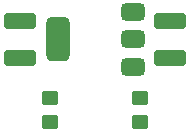
<source format=gbr>
%TF.GenerationSoftware,KiCad,Pcbnew,8.0.3*%
%TF.CreationDate,2024-07-23T13:34:38+02:00*%
%TF.ProjectId,TinyLDOP,54696e79-4c44-44f5-902e-6b696361645f,rev?*%
%TF.SameCoordinates,Original*%
%TF.FileFunction,Paste,Top*%
%TF.FilePolarity,Positive*%
%FSLAX46Y46*%
G04 Gerber Fmt 4.6, Leading zero omitted, Abs format (unit mm)*
G04 Created by KiCad (PCBNEW 8.0.3) date 2024-07-23 13:34:38*
%MOMM*%
%LPD*%
G01*
G04 APERTURE LIST*
G04 Aperture macros list*
%AMRoundRect*
0 Rectangle with rounded corners*
0 $1 Rounding radius*
0 $2 $3 $4 $5 $6 $7 $8 $9 X,Y pos of 4 corners*
0 Add a 4 corners polygon primitive as box body*
4,1,4,$2,$3,$4,$5,$6,$7,$8,$9,$2,$3,0*
0 Add four circle primitives for the rounded corners*
1,1,$1+$1,$2,$3*
1,1,$1+$1,$4,$5*
1,1,$1+$1,$6,$7*
1,1,$1+$1,$8,$9*
0 Add four rect primitives between the rounded corners*
20,1,$1+$1,$2,$3,$4,$5,0*
20,1,$1+$1,$4,$5,$6,$7,0*
20,1,$1+$1,$6,$7,$8,$9,0*
20,1,$1+$1,$8,$9,$2,$3,0*%
G04 Aperture macros list end*
%ADD10RoundRect,0.250000X1.100000X-0.412500X1.100000X0.412500X-1.100000X0.412500X-1.100000X-0.412500X0*%
%ADD11RoundRect,0.250000X-0.450000X0.350000X-0.450000X-0.350000X0.450000X-0.350000X0.450000X0.350000X0*%
%ADD12RoundRect,0.375000X0.625000X0.375000X-0.625000X0.375000X-0.625000X-0.375000X0.625000X-0.375000X0*%
%ADD13RoundRect,0.500000X0.500000X1.400000X-0.500000X1.400000X-0.500000X-1.400000X0.500000X-1.400000X0*%
%ADD14RoundRect,0.250000X0.450000X-0.350000X0.450000X0.350000X-0.450000X0.350000X-0.450000X-0.350000X0*%
G04 APERTURE END LIST*
D10*
%TO.C,C2*%
X81280000Y-68021000D03*
X81280000Y-64896000D03*
%TD*%
%TO.C,C1*%
X68580000Y-68021000D03*
X68580000Y-64896000D03*
%TD*%
D11*
%TO.C,R1*%
X71120000Y-71390000D03*
X71120000Y-73390000D03*
%TD*%
D12*
%TO.C,U1*%
X78080000Y-68721000D03*
X78080000Y-66421000D03*
D13*
X71780000Y-66421000D03*
D12*
X78080000Y-64121000D03*
%TD*%
D14*
%TO.C,C3*%
X78740000Y-73390000D03*
X78740000Y-71390000D03*
%TD*%
M02*

</source>
